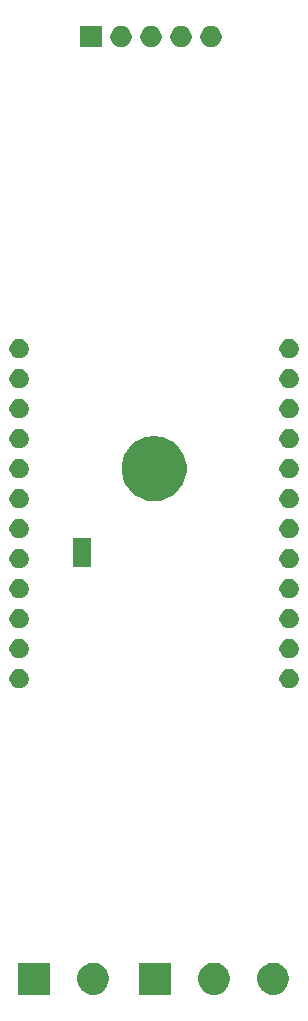
<source format=gbr>
G04 #@! TF.GenerationSoftware,KiCad,Pcbnew,5.1.5+dfsg1-2build2*
G04 #@! TF.CreationDate,2020-10-21T19:02:22+02:00*
G04 #@! TF.ProjectId,Pletacka-board,506c6574-6163-46b6-912d-626f6172642e,rev?*
G04 #@! TF.SameCoordinates,Original*
G04 #@! TF.FileFunction,Soldermask,Bot*
G04 #@! TF.FilePolarity,Negative*
%FSLAX46Y46*%
G04 Gerber Fmt 4.6, Leading zero omitted, Abs format (unit mm)*
G04 Created by KiCad (PCBNEW 5.1.5+dfsg1-2build2) date 2020-10-21 19:02:22*
%MOMM*%
%LPD*%
G04 APERTURE LIST*
%ADD10C,0.350000*%
G04 APERTURE END LIST*
D10*
G36*
X157032072Y-141448918D02*
G01*
X157277939Y-141550759D01*
X157499212Y-141698610D01*
X157687390Y-141886788D01*
X157835241Y-142108061D01*
X157937082Y-142353928D01*
X157989000Y-142614938D01*
X157989000Y-142881062D01*
X157937082Y-143142072D01*
X157835241Y-143387939D01*
X157687390Y-143609212D01*
X157499212Y-143797390D01*
X157277939Y-143945241D01*
X157277938Y-143945242D01*
X157277937Y-143945242D01*
X157032072Y-144047082D01*
X156771063Y-144099000D01*
X156504937Y-144099000D01*
X156243928Y-144047082D01*
X155998063Y-143945242D01*
X155998062Y-143945242D01*
X155998061Y-143945241D01*
X155776788Y-143797390D01*
X155588610Y-143609212D01*
X155440759Y-143387939D01*
X155338918Y-143142072D01*
X155287000Y-142881062D01*
X155287000Y-142614938D01*
X155338918Y-142353928D01*
X155440759Y-142108061D01*
X155588610Y-141886788D01*
X155776788Y-141698610D01*
X155998061Y-141550759D01*
X156243928Y-141448918D01*
X156504937Y-141397000D01*
X156771063Y-141397000D01*
X157032072Y-141448918D01*
G37*
G36*
X141792072Y-141448918D02*
G01*
X142037939Y-141550759D01*
X142259212Y-141698610D01*
X142447390Y-141886788D01*
X142595241Y-142108061D01*
X142697082Y-142353928D01*
X142749000Y-142614938D01*
X142749000Y-142881062D01*
X142697082Y-143142072D01*
X142595241Y-143387939D01*
X142447390Y-143609212D01*
X142259212Y-143797390D01*
X142037939Y-143945241D01*
X142037938Y-143945242D01*
X142037937Y-143945242D01*
X141792072Y-144047082D01*
X141531063Y-144099000D01*
X141264937Y-144099000D01*
X141003928Y-144047082D01*
X140758063Y-143945242D01*
X140758062Y-143945242D01*
X140758061Y-143945241D01*
X140536788Y-143797390D01*
X140348610Y-143609212D01*
X140200759Y-143387939D01*
X140098918Y-143142072D01*
X140047000Y-142881062D01*
X140047000Y-142614938D01*
X140098918Y-142353928D01*
X140200759Y-142108061D01*
X140348610Y-141886788D01*
X140536788Y-141698610D01*
X140758061Y-141550759D01*
X141003928Y-141448918D01*
X141264937Y-141397000D01*
X141531063Y-141397000D01*
X141792072Y-141448918D01*
G37*
G36*
X137749000Y-144099000D02*
G01*
X135047000Y-144099000D01*
X135047000Y-141397000D01*
X137749000Y-141397000D01*
X137749000Y-144099000D01*
G37*
G36*
X152032072Y-141448918D02*
G01*
X152277939Y-141550759D01*
X152499212Y-141698610D01*
X152687390Y-141886788D01*
X152835241Y-142108061D01*
X152937082Y-142353928D01*
X152989000Y-142614938D01*
X152989000Y-142881062D01*
X152937082Y-143142072D01*
X152835241Y-143387939D01*
X152687390Y-143609212D01*
X152499212Y-143797390D01*
X152277939Y-143945241D01*
X152277938Y-143945242D01*
X152277937Y-143945242D01*
X152032072Y-144047082D01*
X151771063Y-144099000D01*
X151504937Y-144099000D01*
X151243928Y-144047082D01*
X150998063Y-143945242D01*
X150998062Y-143945242D01*
X150998061Y-143945241D01*
X150776788Y-143797390D01*
X150588610Y-143609212D01*
X150440759Y-143387939D01*
X150338918Y-143142072D01*
X150287000Y-142881062D01*
X150287000Y-142614938D01*
X150338918Y-142353928D01*
X150440759Y-142108061D01*
X150588610Y-141886788D01*
X150776788Y-141698610D01*
X150998061Y-141550759D01*
X151243928Y-141448918D01*
X151504937Y-141397000D01*
X151771063Y-141397000D01*
X152032072Y-141448918D01*
G37*
G36*
X147989000Y-144099000D02*
G01*
X145287000Y-144099000D01*
X145287000Y-141397000D01*
X147989000Y-141397000D01*
X147989000Y-144099000D01*
G37*
G36*
X158225142Y-116566242D02*
G01*
X158373101Y-116627529D01*
X158506255Y-116716499D01*
X158619501Y-116829745D01*
X158708471Y-116962899D01*
X158769758Y-117110858D01*
X158801000Y-117267925D01*
X158801000Y-117428075D01*
X158769758Y-117585142D01*
X158708471Y-117733101D01*
X158619501Y-117866255D01*
X158506255Y-117979501D01*
X158373101Y-118068471D01*
X158225142Y-118129758D01*
X158068075Y-118161000D01*
X157907925Y-118161000D01*
X157750858Y-118129758D01*
X157602899Y-118068471D01*
X157469745Y-117979501D01*
X157356499Y-117866255D01*
X157267529Y-117733101D01*
X157206242Y-117585142D01*
X157175000Y-117428075D01*
X157175000Y-117267925D01*
X157206242Y-117110858D01*
X157267529Y-116962899D01*
X157356499Y-116829745D01*
X157469745Y-116716499D01*
X157602899Y-116627529D01*
X157750858Y-116566242D01*
X157907925Y-116535000D01*
X158068075Y-116535000D01*
X158225142Y-116566242D01*
G37*
G36*
X135365142Y-116566242D02*
G01*
X135513101Y-116627529D01*
X135646255Y-116716499D01*
X135759501Y-116829745D01*
X135848471Y-116962899D01*
X135909758Y-117110858D01*
X135941000Y-117267925D01*
X135941000Y-117428075D01*
X135909758Y-117585142D01*
X135848471Y-117733101D01*
X135759501Y-117866255D01*
X135646255Y-117979501D01*
X135513101Y-118068471D01*
X135365142Y-118129758D01*
X135208075Y-118161000D01*
X135047925Y-118161000D01*
X134890858Y-118129758D01*
X134742899Y-118068471D01*
X134609745Y-117979501D01*
X134496499Y-117866255D01*
X134407529Y-117733101D01*
X134346242Y-117585142D01*
X134315000Y-117428075D01*
X134315000Y-117267925D01*
X134346242Y-117110858D01*
X134407529Y-116962899D01*
X134496499Y-116829745D01*
X134609745Y-116716499D01*
X134742899Y-116627529D01*
X134890858Y-116566242D01*
X135047925Y-116535000D01*
X135208075Y-116535000D01*
X135365142Y-116566242D01*
G37*
G36*
X158225142Y-114026242D02*
G01*
X158373101Y-114087529D01*
X158506255Y-114176499D01*
X158619501Y-114289745D01*
X158708471Y-114422899D01*
X158769758Y-114570858D01*
X158801000Y-114727925D01*
X158801000Y-114888075D01*
X158769758Y-115045142D01*
X158708471Y-115193101D01*
X158619501Y-115326255D01*
X158506255Y-115439501D01*
X158373101Y-115528471D01*
X158225142Y-115589758D01*
X158068075Y-115621000D01*
X157907925Y-115621000D01*
X157750858Y-115589758D01*
X157602899Y-115528471D01*
X157469745Y-115439501D01*
X157356499Y-115326255D01*
X157267529Y-115193101D01*
X157206242Y-115045142D01*
X157175000Y-114888075D01*
X157175000Y-114727925D01*
X157206242Y-114570858D01*
X157267529Y-114422899D01*
X157356499Y-114289745D01*
X157469745Y-114176499D01*
X157602899Y-114087529D01*
X157750858Y-114026242D01*
X157907925Y-113995000D01*
X158068075Y-113995000D01*
X158225142Y-114026242D01*
G37*
G36*
X135365142Y-114026242D02*
G01*
X135513101Y-114087529D01*
X135646255Y-114176499D01*
X135759501Y-114289745D01*
X135848471Y-114422899D01*
X135909758Y-114570858D01*
X135941000Y-114727925D01*
X135941000Y-114888075D01*
X135909758Y-115045142D01*
X135848471Y-115193101D01*
X135759501Y-115326255D01*
X135646255Y-115439501D01*
X135513101Y-115528471D01*
X135365142Y-115589758D01*
X135208075Y-115621000D01*
X135047925Y-115621000D01*
X134890858Y-115589758D01*
X134742899Y-115528471D01*
X134609745Y-115439501D01*
X134496499Y-115326255D01*
X134407529Y-115193101D01*
X134346242Y-115045142D01*
X134315000Y-114888075D01*
X134315000Y-114727925D01*
X134346242Y-114570858D01*
X134407529Y-114422899D01*
X134496499Y-114289745D01*
X134609745Y-114176499D01*
X134742899Y-114087529D01*
X134890858Y-114026242D01*
X135047925Y-113995000D01*
X135208075Y-113995000D01*
X135365142Y-114026242D01*
G37*
G36*
X158225142Y-111486242D02*
G01*
X158373101Y-111547529D01*
X158506255Y-111636499D01*
X158619501Y-111749745D01*
X158708471Y-111882899D01*
X158769758Y-112030858D01*
X158801000Y-112187925D01*
X158801000Y-112348075D01*
X158769758Y-112505142D01*
X158708471Y-112653101D01*
X158619501Y-112786255D01*
X158506255Y-112899501D01*
X158373101Y-112988471D01*
X158225142Y-113049758D01*
X158068075Y-113081000D01*
X157907925Y-113081000D01*
X157750858Y-113049758D01*
X157602899Y-112988471D01*
X157469745Y-112899501D01*
X157356499Y-112786255D01*
X157267529Y-112653101D01*
X157206242Y-112505142D01*
X157175000Y-112348075D01*
X157175000Y-112187925D01*
X157206242Y-112030858D01*
X157267529Y-111882899D01*
X157356499Y-111749745D01*
X157469745Y-111636499D01*
X157602899Y-111547529D01*
X157750858Y-111486242D01*
X157907925Y-111455000D01*
X158068075Y-111455000D01*
X158225142Y-111486242D01*
G37*
G36*
X135365142Y-111486242D02*
G01*
X135513101Y-111547529D01*
X135646255Y-111636499D01*
X135759501Y-111749745D01*
X135848471Y-111882899D01*
X135909758Y-112030858D01*
X135941000Y-112187925D01*
X135941000Y-112348075D01*
X135909758Y-112505142D01*
X135848471Y-112653101D01*
X135759501Y-112786255D01*
X135646255Y-112899501D01*
X135513101Y-112988471D01*
X135365142Y-113049758D01*
X135208075Y-113081000D01*
X135047925Y-113081000D01*
X134890858Y-113049758D01*
X134742899Y-112988471D01*
X134609745Y-112899501D01*
X134496499Y-112786255D01*
X134407529Y-112653101D01*
X134346242Y-112505142D01*
X134315000Y-112348075D01*
X134315000Y-112187925D01*
X134346242Y-112030858D01*
X134407529Y-111882899D01*
X134496499Y-111749745D01*
X134609745Y-111636499D01*
X134742899Y-111547529D01*
X134890858Y-111486242D01*
X135047925Y-111455000D01*
X135208075Y-111455000D01*
X135365142Y-111486242D01*
G37*
G36*
X135365142Y-108946242D02*
G01*
X135513101Y-109007529D01*
X135646255Y-109096499D01*
X135759501Y-109209745D01*
X135848471Y-109342899D01*
X135909758Y-109490858D01*
X135941000Y-109647925D01*
X135941000Y-109808075D01*
X135909758Y-109965142D01*
X135848471Y-110113101D01*
X135759501Y-110246255D01*
X135646255Y-110359501D01*
X135513101Y-110448471D01*
X135365142Y-110509758D01*
X135208075Y-110541000D01*
X135047925Y-110541000D01*
X134890858Y-110509758D01*
X134742899Y-110448471D01*
X134609745Y-110359501D01*
X134496499Y-110246255D01*
X134407529Y-110113101D01*
X134346242Y-109965142D01*
X134315000Y-109808075D01*
X134315000Y-109647925D01*
X134346242Y-109490858D01*
X134407529Y-109342899D01*
X134496499Y-109209745D01*
X134609745Y-109096499D01*
X134742899Y-109007529D01*
X134890858Y-108946242D01*
X135047925Y-108915000D01*
X135208075Y-108915000D01*
X135365142Y-108946242D01*
G37*
G36*
X158225142Y-108946242D02*
G01*
X158373101Y-109007529D01*
X158506255Y-109096499D01*
X158619501Y-109209745D01*
X158708471Y-109342899D01*
X158769758Y-109490858D01*
X158801000Y-109647925D01*
X158801000Y-109808075D01*
X158769758Y-109965142D01*
X158708471Y-110113101D01*
X158619501Y-110246255D01*
X158506255Y-110359501D01*
X158373101Y-110448471D01*
X158225142Y-110509758D01*
X158068075Y-110541000D01*
X157907925Y-110541000D01*
X157750858Y-110509758D01*
X157602899Y-110448471D01*
X157469745Y-110359501D01*
X157356499Y-110246255D01*
X157267529Y-110113101D01*
X157206242Y-109965142D01*
X157175000Y-109808075D01*
X157175000Y-109647925D01*
X157206242Y-109490858D01*
X157267529Y-109342899D01*
X157356499Y-109209745D01*
X157469745Y-109096499D01*
X157602899Y-109007529D01*
X157750858Y-108946242D01*
X157907925Y-108915000D01*
X158068075Y-108915000D01*
X158225142Y-108946242D01*
G37*
G36*
X135365142Y-106406242D02*
G01*
X135513101Y-106467529D01*
X135646255Y-106556499D01*
X135759501Y-106669745D01*
X135848471Y-106802899D01*
X135909758Y-106950858D01*
X135941000Y-107107925D01*
X135941000Y-107268075D01*
X135909758Y-107425142D01*
X135848471Y-107573101D01*
X135759501Y-107706255D01*
X135646255Y-107819501D01*
X135513101Y-107908471D01*
X135365142Y-107969758D01*
X135208075Y-108001000D01*
X135047925Y-108001000D01*
X134890858Y-107969758D01*
X134742899Y-107908471D01*
X134609745Y-107819501D01*
X134496499Y-107706255D01*
X134407529Y-107573101D01*
X134346242Y-107425142D01*
X134315000Y-107268075D01*
X134315000Y-107107925D01*
X134346242Y-106950858D01*
X134407529Y-106802899D01*
X134496499Y-106669745D01*
X134609745Y-106556499D01*
X134742899Y-106467529D01*
X134890858Y-106406242D01*
X135047925Y-106375000D01*
X135208075Y-106375000D01*
X135365142Y-106406242D01*
G37*
G36*
X158225142Y-106406242D02*
G01*
X158373101Y-106467529D01*
X158506255Y-106556499D01*
X158619501Y-106669745D01*
X158708471Y-106802899D01*
X158769758Y-106950858D01*
X158801000Y-107107925D01*
X158801000Y-107268075D01*
X158769758Y-107425142D01*
X158708471Y-107573101D01*
X158619501Y-107706255D01*
X158506255Y-107819501D01*
X158373101Y-107908471D01*
X158225142Y-107969758D01*
X158068075Y-108001000D01*
X157907925Y-108001000D01*
X157750858Y-107969758D01*
X157602899Y-107908471D01*
X157469745Y-107819501D01*
X157356499Y-107706255D01*
X157267529Y-107573101D01*
X157206242Y-107425142D01*
X157175000Y-107268075D01*
X157175000Y-107107925D01*
X157206242Y-106950858D01*
X157267529Y-106802899D01*
X157356499Y-106669745D01*
X157469745Y-106556499D01*
X157602899Y-106467529D01*
X157750858Y-106406242D01*
X157907925Y-106375000D01*
X158068075Y-106375000D01*
X158225142Y-106406242D01*
G37*
G36*
X141263000Y-107881000D02*
G01*
X139661000Y-107881000D01*
X139661000Y-105479000D01*
X141263000Y-105479000D01*
X141263000Y-107881000D01*
G37*
G36*
X158225142Y-103866242D02*
G01*
X158373101Y-103927529D01*
X158506255Y-104016499D01*
X158619501Y-104129745D01*
X158708471Y-104262899D01*
X158769758Y-104410858D01*
X158801000Y-104567925D01*
X158801000Y-104728075D01*
X158769758Y-104885142D01*
X158708471Y-105033101D01*
X158619501Y-105166255D01*
X158506255Y-105279501D01*
X158373101Y-105368471D01*
X158225142Y-105429758D01*
X158068075Y-105461000D01*
X157907925Y-105461000D01*
X157750858Y-105429758D01*
X157602899Y-105368471D01*
X157469745Y-105279501D01*
X157356499Y-105166255D01*
X157267529Y-105033101D01*
X157206242Y-104885142D01*
X157175000Y-104728075D01*
X157175000Y-104567925D01*
X157206242Y-104410858D01*
X157267529Y-104262899D01*
X157356499Y-104129745D01*
X157469745Y-104016499D01*
X157602899Y-103927529D01*
X157750858Y-103866242D01*
X157907925Y-103835000D01*
X158068075Y-103835000D01*
X158225142Y-103866242D01*
G37*
G36*
X135365142Y-103866242D02*
G01*
X135513101Y-103927529D01*
X135646255Y-104016499D01*
X135759501Y-104129745D01*
X135848471Y-104262899D01*
X135909758Y-104410858D01*
X135941000Y-104567925D01*
X135941000Y-104728075D01*
X135909758Y-104885142D01*
X135848471Y-105033101D01*
X135759501Y-105166255D01*
X135646255Y-105279501D01*
X135513101Y-105368471D01*
X135365142Y-105429758D01*
X135208075Y-105461000D01*
X135047925Y-105461000D01*
X134890858Y-105429758D01*
X134742899Y-105368471D01*
X134609745Y-105279501D01*
X134496499Y-105166255D01*
X134407529Y-105033101D01*
X134346242Y-104885142D01*
X134315000Y-104728075D01*
X134315000Y-104567925D01*
X134346242Y-104410858D01*
X134407529Y-104262899D01*
X134496499Y-104129745D01*
X134609745Y-104016499D01*
X134742899Y-103927529D01*
X134890858Y-103866242D01*
X135047925Y-103835000D01*
X135208075Y-103835000D01*
X135365142Y-103866242D01*
G37*
G36*
X158225142Y-101326242D02*
G01*
X158373101Y-101387529D01*
X158506255Y-101476499D01*
X158619501Y-101589745D01*
X158708471Y-101722899D01*
X158769758Y-101870858D01*
X158801000Y-102027925D01*
X158801000Y-102188075D01*
X158769758Y-102345142D01*
X158708471Y-102493101D01*
X158619501Y-102626255D01*
X158506255Y-102739501D01*
X158373101Y-102828471D01*
X158225142Y-102889758D01*
X158068075Y-102921000D01*
X157907925Y-102921000D01*
X157750858Y-102889758D01*
X157602899Y-102828471D01*
X157469745Y-102739501D01*
X157356499Y-102626255D01*
X157267529Y-102493101D01*
X157206242Y-102345142D01*
X157175000Y-102188075D01*
X157175000Y-102027925D01*
X157206242Y-101870858D01*
X157267529Y-101722899D01*
X157356499Y-101589745D01*
X157469745Y-101476499D01*
X157602899Y-101387529D01*
X157750858Y-101326242D01*
X157907925Y-101295000D01*
X158068075Y-101295000D01*
X158225142Y-101326242D01*
G37*
G36*
X135365142Y-101326242D02*
G01*
X135513101Y-101387529D01*
X135646255Y-101476499D01*
X135759501Y-101589745D01*
X135848471Y-101722899D01*
X135909758Y-101870858D01*
X135941000Y-102027925D01*
X135941000Y-102188075D01*
X135909758Y-102345142D01*
X135848471Y-102493101D01*
X135759501Y-102626255D01*
X135646255Y-102739501D01*
X135513101Y-102828471D01*
X135365142Y-102889758D01*
X135208075Y-102921000D01*
X135047925Y-102921000D01*
X134890858Y-102889758D01*
X134742899Y-102828471D01*
X134609745Y-102739501D01*
X134496499Y-102626255D01*
X134407529Y-102493101D01*
X134346242Y-102345142D01*
X134315000Y-102188075D01*
X134315000Y-102027925D01*
X134346242Y-101870858D01*
X134407529Y-101722899D01*
X134496499Y-101589745D01*
X134609745Y-101476499D01*
X134742899Y-101387529D01*
X134890858Y-101326242D01*
X135047925Y-101295000D01*
X135208075Y-101295000D01*
X135365142Y-101326242D01*
G37*
G36*
X147094694Y-96869860D02*
G01*
X147360437Y-96922719D01*
X147861087Y-97130095D01*
X148041561Y-97250684D01*
X148311660Y-97431158D01*
X148694842Y-97814340D01*
X148875316Y-98084439D01*
X148995905Y-98264913D01*
X149203281Y-98765563D01*
X149309000Y-99297050D01*
X149309000Y-99838950D01*
X149203281Y-100370437D01*
X148995905Y-100871087D01*
X148875316Y-101051561D01*
X148694842Y-101321660D01*
X148311660Y-101704842D01*
X148063200Y-101870857D01*
X147861087Y-102005905D01*
X147360437Y-102213281D01*
X147094694Y-102266140D01*
X146828951Y-102319000D01*
X146287049Y-102319000D01*
X146021306Y-102266140D01*
X145755563Y-102213281D01*
X145254913Y-102005905D01*
X145052800Y-101870857D01*
X144804340Y-101704842D01*
X144421158Y-101321660D01*
X144240684Y-101051561D01*
X144120095Y-100871087D01*
X143912719Y-100370437D01*
X143807000Y-99838950D01*
X143807000Y-99297050D01*
X143912719Y-98765563D01*
X144120095Y-98264913D01*
X144240684Y-98084439D01*
X144421158Y-97814340D01*
X144804340Y-97431158D01*
X145074439Y-97250684D01*
X145254913Y-97130095D01*
X145755563Y-96922719D01*
X146021306Y-96869860D01*
X146287049Y-96817000D01*
X146828951Y-96817000D01*
X147094694Y-96869860D01*
G37*
G36*
X135365142Y-98786242D02*
G01*
X135513101Y-98847529D01*
X135646255Y-98936499D01*
X135759501Y-99049745D01*
X135848471Y-99182899D01*
X135909758Y-99330858D01*
X135941000Y-99487925D01*
X135941000Y-99648075D01*
X135909758Y-99805142D01*
X135848471Y-99953101D01*
X135759501Y-100086255D01*
X135646255Y-100199501D01*
X135513101Y-100288471D01*
X135365142Y-100349758D01*
X135208075Y-100381000D01*
X135047925Y-100381000D01*
X134890858Y-100349758D01*
X134742899Y-100288471D01*
X134609745Y-100199501D01*
X134496499Y-100086255D01*
X134407529Y-99953101D01*
X134346242Y-99805142D01*
X134315000Y-99648075D01*
X134315000Y-99487925D01*
X134346242Y-99330858D01*
X134407529Y-99182899D01*
X134496499Y-99049745D01*
X134609745Y-98936499D01*
X134742899Y-98847529D01*
X134890858Y-98786242D01*
X135047925Y-98755000D01*
X135208075Y-98755000D01*
X135365142Y-98786242D01*
G37*
G36*
X158225142Y-98786242D02*
G01*
X158373101Y-98847529D01*
X158506255Y-98936499D01*
X158619501Y-99049745D01*
X158708471Y-99182899D01*
X158769758Y-99330858D01*
X158801000Y-99487925D01*
X158801000Y-99648075D01*
X158769758Y-99805142D01*
X158708471Y-99953101D01*
X158619501Y-100086255D01*
X158506255Y-100199501D01*
X158373101Y-100288471D01*
X158225142Y-100349758D01*
X158068075Y-100381000D01*
X157907925Y-100381000D01*
X157750858Y-100349758D01*
X157602899Y-100288471D01*
X157469745Y-100199501D01*
X157356499Y-100086255D01*
X157267529Y-99953101D01*
X157206242Y-99805142D01*
X157175000Y-99648075D01*
X157175000Y-99487925D01*
X157206242Y-99330858D01*
X157267529Y-99182899D01*
X157356499Y-99049745D01*
X157469745Y-98936499D01*
X157602899Y-98847529D01*
X157750858Y-98786242D01*
X157907925Y-98755000D01*
X158068075Y-98755000D01*
X158225142Y-98786242D01*
G37*
G36*
X135365142Y-96246242D02*
G01*
X135513101Y-96307529D01*
X135646255Y-96396499D01*
X135759501Y-96509745D01*
X135848471Y-96642899D01*
X135909758Y-96790858D01*
X135941000Y-96947925D01*
X135941000Y-97108075D01*
X135909758Y-97265142D01*
X135848471Y-97413101D01*
X135759501Y-97546255D01*
X135646255Y-97659501D01*
X135513101Y-97748471D01*
X135365142Y-97809758D01*
X135208075Y-97841000D01*
X135047925Y-97841000D01*
X134890858Y-97809758D01*
X134742899Y-97748471D01*
X134609745Y-97659501D01*
X134496499Y-97546255D01*
X134407529Y-97413101D01*
X134346242Y-97265142D01*
X134315000Y-97108075D01*
X134315000Y-96947925D01*
X134346242Y-96790858D01*
X134407529Y-96642899D01*
X134496499Y-96509745D01*
X134609745Y-96396499D01*
X134742899Y-96307529D01*
X134890858Y-96246242D01*
X135047925Y-96215000D01*
X135208075Y-96215000D01*
X135365142Y-96246242D01*
G37*
G36*
X158225142Y-96246242D02*
G01*
X158373101Y-96307529D01*
X158506255Y-96396499D01*
X158619501Y-96509745D01*
X158708471Y-96642899D01*
X158769758Y-96790858D01*
X158801000Y-96947925D01*
X158801000Y-97108075D01*
X158769758Y-97265142D01*
X158708471Y-97413101D01*
X158619501Y-97546255D01*
X158506255Y-97659501D01*
X158373101Y-97748471D01*
X158225142Y-97809758D01*
X158068075Y-97841000D01*
X157907925Y-97841000D01*
X157750858Y-97809758D01*
X157602899Y-97748471D01*
X157469745Y-97659501D01*
X157356499Y-97546255D01*
X157267529Y-97413101D01*
X157206242Y-97265142D01*
X157175000Y-97108075D01*
X157175000Y-96947925D01*
X157206242Y-96790858D01*
X157267529Y-96642899D01*
X157356499Y-96509745D01*
X157469745Y-96396499D01*
X157602899Y-96307529D01*
X157750858Y-96246242D01*
X157907925Y-96215000D01*
X158068075Y-96215000D01*
X158225142Y-96246242D01*
G37*
G36*
X158225142Y-93706242D02*
G01*
X158373101Y-93767529D01*
X158506255Y-93856499D01*
X158619501Y-93969745D01*
X158708471Y-94102899D01*
X158769758Y-94250858D01*
X158801000Y-94407925D01*
X158801000Y-94568075D01*
X158769758Y-94725142D01*
X158708471Y-94873101D01*
X158619501Y-95006255D01*
X158506255Y-95119501D01*
X158373101Y-95208471D01*
X158225142Y-95269758D01*
X158068075Y-95301000D01*
X157907925Y-95301000D01*
X157750858Y-95269758D01*
X157602899Y-95208471D01*
X157469745Y-95119501D01*
X157356499Y-95006255D01*
X157267529Y-94873101D01*
X157206242Y-94725142D01*
X157175000Y-94568075D01*
X157175000Y-94407925D01*
X157206242Y-94250858D01*
X157267529Y-94102899D01*
X157356499Y-93969745D01*
X157469745Y-93856499D01*
X157602899Y-93767529D01*
X157750858Y-93706242D01*
X157907925Y-93675000D01*
X158068075Y-93675000D01*
X158225142Y-93706242D01*
G37*
G36*
X135365142Y-93706242D02*
G01*
X135513101Y-93767529D01*
X135646255Y-93856499D01*
X135759501Y-93969745D01*
X135848471Y-94102899D01*
X135909758Y-94250858D01*
X135941000Y-94407925D01*
X135941000Y-94568075D01*
X135909758Y-94725142D01*
X135848471Y-94873101D01*
X135759501Y-95006255D01*
X135646255Y-95119501D01*
X135513101Y-95208471D01*
X135365142Y-95269758D01*
X135208075Y-95301000D01*
X135047925Y-95301000D01*
X134890858Y-95269758D01*
X134742899Y-95208471D01*
X134609745Y-95119501D01*
X134496499Y-95006255D01*
X134407529Y-94873101D01*
X134346242Y-94725142D01*
X134315000Y-94568075D01*
X134315000Y-94407925D01*
X134346242Y-94250858D01*
X134407529Y-94102899D01*
X134496499Y-93969745D01*
X134609745Y-93856499D01*
X134742899Y-93767529D01*
X134890858Y-93706242D01*
X135047925Y-93675000D01*
X135208075Y-93675000D01*
X135365142Y-93706242D01*
G37*
G36*
X158225142Y-91166242D02*
G01*
X158373101Y-91227529D01*
X158506255Y-91316499D01*
X158619501Y-91429745D01*
X158708471Y-91562899D01*
X158769758Y-91710858D01*
X158801000Y-91867925D01*
X158801000Y-92028075D01*
X158769758Y-92185142D01*
X158708471Y-92333101D01*
X158619501Y-92466255D01*
X158506255Y-92579501D01*
X158373101Y-92668471D01*
X158225142Y-92729758D01*
X158068075Y-92761000D01*
X157907925Y-92761000D01*
X157750858Y-92729758D01*
X157602899Y-92668471D01*
X157469745Y-92579501D01*
X157356499Y-92466255D01*
X157267529Y-92333101D01*
X157206242Y-92185142D01*
X157175000Y-92028075D01*
X157175000Y-91867925D01*
X157206242Y-91710858D01*
X157267529Y-91562899D01*
X157356499Y-91429745D01*
X157469745Y-91316499D01*
X157602899Y-91227529D01*
X157750858Y-91166242D01*
X157907925Y-91135000D01*
X158068075Y-91135000D01*
X158225142Y-91166242D01*
G37*
G36*
X135365142Y-91166242D02*
G01*
X135513101Y-91227529D01*
X135646255Y-91316499D01*
X135759501Y-91429745D01*
X135848471Y-91562899D01*
X135909758Y-91710858D01*
X135941000Y-91867925D01*
X135941000Y-92028075D01*
X135909758Y-92185142D01*
X135848471Y-92333101D01*
X135759501Y-92466255D01*
X135646255Y-92579501D01*
X135513101Y-92668471D01*
X135365142Y-92729758D01*
X135208075Y-92761000D01*
X135047925Y-92761000D01*
X134890858Y-92729758D01*
X134742899Y-92668471D01*
X134609745Y-92579501D01*
X134496499Y-92466255D01*
X134407529Y-92333101D01*
X134346242Y-92185142D01*
X134315000Y-92028075D01*
X134315000Y-91867925D01*
X134346242Y-91710858D01*
X134407529Y-91562899D01*
X134496499Y-91429745D01*
X134609745Y-91316499D01*
X134742899Y-91227529D01*
X134890858Y-91166242D01*
X135047925Y-91135000D01*
X135208075Y-91135000D01*
X135365142Y-91166242D01*
G37*
G36*
X135365142Y-88626242D02*
G01*
X135513101Y-88687529D01*
X135646255Y-88776499D01*
X135759501Y-88889745D01*
X135848471Y-89022899D01*
X135909758Y-89170858D01*
X135941000Y-89327925D01*
X135941000Y-89488075D01*
X135909758Y-89645142D01*
X135848471Y-89793101D01*
X135759501Y-89926255D01*
X135646255Y-90039501D01*
X135513101Y-90128471D01*
X135365142Y-90189758D01*
X135208075Y-90221000D01*
X135047925Y-90221000D01*
X134890858Y-90189758D01*
X134742899Y-90128471D01*
X134609745Y-90039501D01*
X134496499Y-89926255D01*
X134407529Y-89793101D01*
X134346242Y-89645142D01*
X134315000Y-89488075D01*
X134315000Y-89327925D01*
X134346242Y-89170858D01*
X134407529Y-89022899D01*
X134496499Y-88889745D01*
X134609745Y-88776499D01*
X134742899Y-88687529D01*
X134890858Y-88626242D01*
X135047925Y-88595000D01*
X135208075Y-88595000D01*
X135365142Y-88626242D01*
G37*
G36*
X158225142Y-88626242D02*
G01*
X158373101Y-88687529D01*
X158506255Y-88776499D01*
X158619501Y-88889745D01*
X158708471Y-89022899D01*
X158769758Y-89170858D01*
X158801000Y-89327925D01*
X158801000Y-89488075D01*
X158769758Y-89645142D01*
X158708471Y-89793101D01*
X158619501Y-89926255D01*
X158506255Y-90039501D01*
X158373101Y-90128471D01*
X158225142Y-90189758D01*
X158068075Y-90221000D01*
X157907925Y-90221000D01*
X157750858Y-90189758D01*
X157602899Y-90128471D01*
X157469745Y-90039501D01*
X157356499Y-89926255D01*
X157267529Y-89793101D01*
X157206242Y-89645142D01*
X157175000Y-89488075D01*
X157175000Y-89327925D01*
X157206242Y-89170858D01*
X157267529Y-89022899D01*
X157356499Y-88889745D01*
X157469745Y-88776499D01*
X157602899Y-88687529D01*
X157750858Y-88626242D01*
X157907925Y-88595000D01*
X158068075Y-88595000D01*
X158225142Y-88626242D01*
G37*
G36*
X148957512Y-62095927D02*
G01*
X149106812Y-62125624D01*
X149270784Y-62193544D01*
X149418354Y-62292147D01*
X149543853Y-62417646D01*
X149642456Y-62565216D01*
X149710376Y-62729188D01*
X149745000Y-62903259D01*
X149745000Y-63080741D01*
X149710376Y-63254812D01*
X149642456Y-63418784D01*
X149543853Y-63566354D01*
X149418354Y-63691853D01*
X149270784Y-63790456D01*
X149106812Y-63858376D01*
X148957512Y-63888073D01*
X148932742Y-63893000D01*
X148755258Y-63893000D01*
X148730488Y-63888073D01*
X148581188Y-63858376D01*
X148417216Y-63790456D01*
X148269646Y-63691853D01*
X148144147Y-63566354D01*
X148045544Y-63418784D01*
X147977624Y-63254812D01*
X147943000Y-63080741D01*
X147943000Y-62903259D01*
X147977624Y-62729188D01*
X148045544Y-62565216D01*
X148144147Y-62417646D01*
X148269646Y-62292147D01*
X148417216Y-62193544D01*
X148581188Y-62125624D01*
X148730488Y-62095927D01*
X148755258Y-62091000D01*
X148932742Y-62091000D01*
X148957512Y-62095927D01*
G37*
G36*
X146417512Y-62095927D02*
G01*
X146566812Y-62125624D01*
X146730784Y-62193544D01*
X146878354Y-62292147D01*
X147003853Y-62417646D01*
X147102456Y-62565216D01*
X147170376Y-62729188D01*
X147205000Y-62903259D01*
X147205000Y-63080741D01*
X147170376Y-63254812D01*
X147102456Y-63418784D01*
X147003853Y-63566354D01*
X146878354Y-63691853D01*
X146730784Y-63790456D01*
X146566812Y-63858376D01*
X146417512Y-63888073D01*
X146392742Y-63893000D01*
X146215258Y-63893000D01*
X146190488Y-63888073D01*
X146041188Y-63858376D01*
X145877216Y-63790456D01*
X145729646Y-63691853D01*
X145604147Y-63566354D01*
X145505544Y-63418784D01*
X145437624Y-63254812D01*
X145403000Y-63080741D01*
X145403000Y-62903259D01*
X145437624Y-62729188D01*
X145505544Y-62565216D01*
X145604147Y-62417646D01*
X145729646Y-62292147D01*
X145877216Y-62193544D01*
X146041188Y-62125624D01*
X146190488Y-62095927D01*
X146215258Y-62091000D01*
X146392742Y-62091000D01*
X146417512Y-62095927D01*
G37*
G36*
X143877512Y-62095927D02*
G01*
X144026812Y-62125624D01*
X144190784Y-62193544D01*
X144338354Y-62292147D01*
X144463853Y-62417646D01*
X144562456Y-62565216D01*
X144630376Y-62729188D01*
X144665000Y-62903259D01*
X144665000Y-63080741D01*
X144630376Y-63254812D01*
X144562456Y-63418784D01*
X144463853Y-63566354D01*
X144338354Y-63691853D01*
X144190784Y-63790456D01*
X144026812Y-63858376D01*
X143877512Y-63888073D01*
X143852742Y-63893000D01*
X143675258Y-63893000D01*
X143650488Y-63888073D01*
X143501188Y-63858376D01*
X143337216Y-63790456D01*
X143189646Y-63691853D01*
X143064147Y-63566354D01*
X142965544Y-63418784D01*
X142897624Y-63254812D01*
X142863000Y-63080741D01*
X142863000Y-62903259D01*
X142897624Y-62729188D01*
X142965544Y-62565216D01*
X143064147Y-62417646D01*
X143189646Y-62292147D01*
X143337216Y-62193544D01*
X143501188Y-62125624D01*
X143650488Y-62095927D01*
X143675258Y-62091000D01*
X143852742Y-62091000D01*
X143877512Y-62095927D01*
G37*
G36*
X142125000Y-63893000D02*
G01*
X140323000Y-63893000D01*
X140323000Y-62091000D01*
X142125000Y-62091000D01*
X142125000Y-63893000D01*
G37*
G36*
X151497512Y-62095927D02*
G01*
X151646812Y-62125624D01*
X151810784Y-62193544D01*
X151958354Y-62292147D01*
X152083853Y-62417646D01*
X152182456Y-62565216D01*
X152250376Y-62729188D01*
X152285000Y-62903259D01*
X152285000Y-63080741D01*
X152250376Y-63254812D01*
X152182456Y-63418784D01*
X152083853Y-63566354D01*
X151958354Y-63691853D01*
X151810784Y-63790456D01*
X151646812Y-63858376D01*
X151497512Y-63888073D01*
X151472742Y-63893000D01*
X151295258Y-63893000D01*
X151270488Y-63888073D01*
X151121188Y-63858376D01*
X150957216Y-63790456D01*
X150809646Y-63691853D01*
X150684147Y-63566354D01*
X150585544Y-63418784D01*
X150517624Y-63254812D01*
X150483000Y-63080741D01*
X150483000Y-62903259D01*
X150517624Y-62729188D01*
X150585544Y-62565216D01*
X150684147Y-62417646D01*
X150809646Y-62292147D01*
X150957216Y-62193544D01*
X151121188Y-62125624D01*
X151270488Y-62095927D01*
X151295258Y-62091000D01*
X151472742Y-62091000D01*
X151497512Y-62095927D01*
G37*
M02*

</source>
